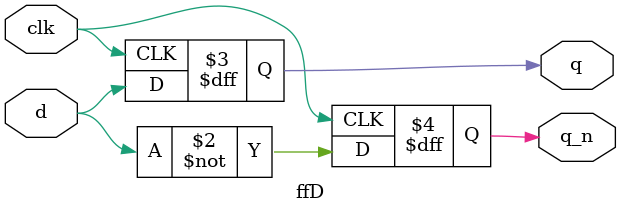
<source format=v>
module ffD
(
    d,
    clk,
    q,
    q_n
);

    input d;
    input clk;
    output reg q;
    output reg q_n;

    always @ (posedge clk) begin
        q = d;
        q_n = ~d;
    end

endmodule

</source>
